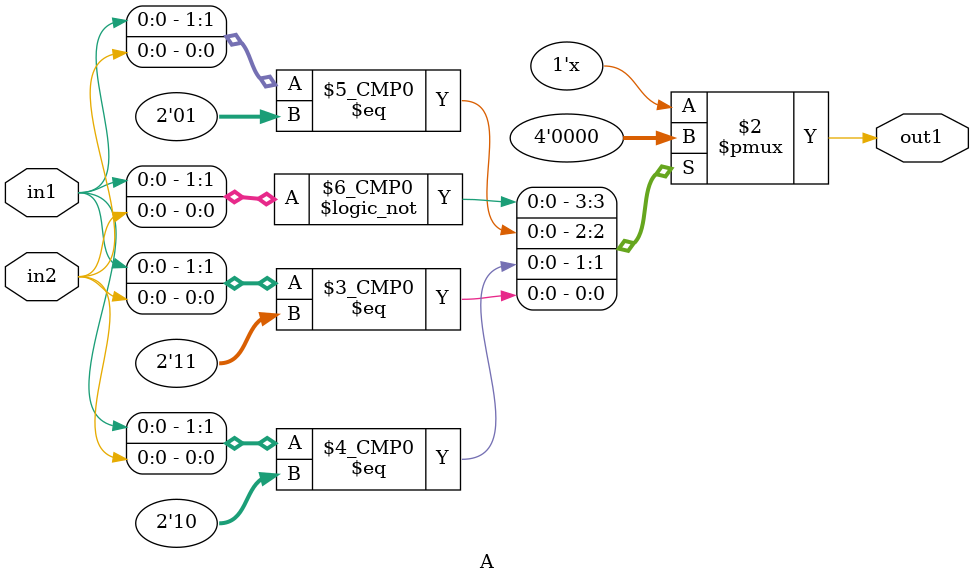
<source format=v>
module A(output out1,  input in1, in2);
  always@(in1,in2)
    begin
      case({in1,in2})
        2'b00: {out1} = 1'b0;
        2'b01: {out1} = 1'b0;
        2'b10: {out1} = 1'b0;
        2'b11: {out1} = 1'b0;
      endcase
    end
endmodule


</source>
